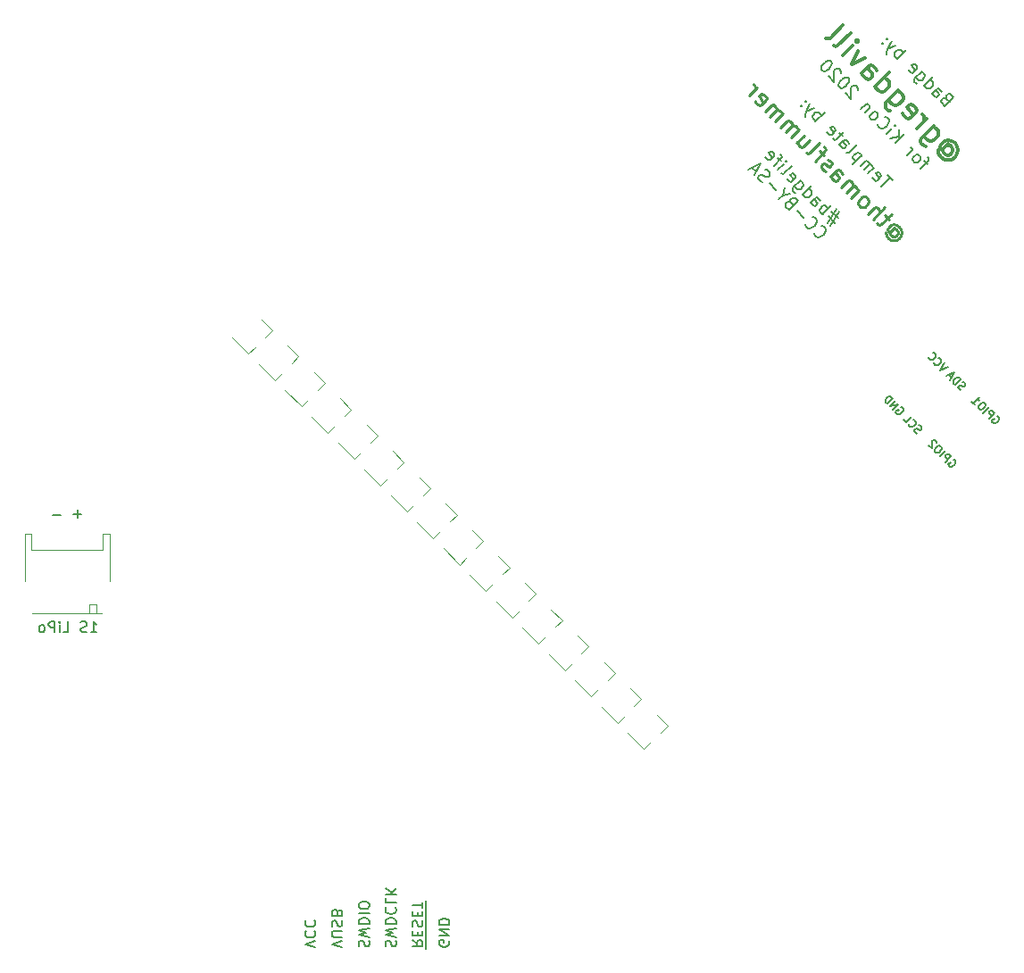
<source format=gbo>
G04 #@! TF.GenerationSoftware,KiCad,Pcbnew,5.99.0-unknown-022839a5a~104~ubuntu20.04.1*
G04 #@! TF.CreationDate,2020-09-24T10:22:24-07:00*
G04 #@! TF.ProjectId,badge,62616467-652e-46b6-9963-61645f706362,0.1*
G04 #@! TF.SameCoordinates,Original*
G04 #@! TF.FileFunction,Legend,Bot*
G04 #@! TF.FilePolarity,Positive*
%FSLAX46Y46*%
G04 Gerber Fmt 4.6, Leading zero omitted, Abs format (unit mm)*
G04 Created by KiCad (PCBNEW 5.99.0-unknown-022839a5a~104~ubuntu20.04.1) date 2020-09-24 10:22:24*
%MOMM*%
%LPD*%
G01*
G04 APERTURE LIST*
%ADD10C,0.350000*%
%ADD11C,0.200000*%
%ADD12C,0.250000*%
%ADD13C,0.150000*%
%ADD14C,0.120000*%
%ADD15C,0.650000*%
%ADD16O,0.900000X2.100000*%
%ADD17O,1.000000X1.800000*%
%ADD18C,1.727200*%
%ADD19R,0.800000X3.000000*%
%ADD20R,0.900000X1.700000*%
G04 APERTURE END LIST*
D10*
X141566437Y-68472636D02*
X141701124Y-68472636D01*
X141903154Y-68539980D01*
X142037841Y-68674667D01*
X142105185Y-68876697D01*
X142105185Y-69011384D01*
X142037841Y-69213415D01*
X141903154Y-69348102D01*
X141701124Y-69415446D01*
X141566437Y-69415446D01*
X141364406Y-69348102D01*
X141229719Y-69213415D01*
X141162376Y-69011384D01*
X141162376Y-68876697D01*
X141701124Y-68337949D02*
X141162376Y-68876697D01*
X141027689Y-68876697D01*
X140960345Y-68809354D01*
X140893002Y-68607323D01*
X140960345Y-68405293D01*
X141297063Y-68068575D01*
X141633780Y-68001232D01*
X141970498Y-68068575D01*
X142307216Y-68270606D01*
X142509246Y-68607323D01*
X142576590Y-68944041D01*
X142509246Y-69280759D01*
X142307216Y-69617476D01*
X141970498Y-69819507D01*
X141633780Y-69886850D01*
X141297063Y-69819507D01*
X140960345Y-69617476D01*
X140758315Y-69280759D01*
X140690971Y-68944041D01*
X140286910Y-66654362D02*
X139142071Y-67799201D01*
X139074727Y-68001232D01*
X139074727Y-68135919D01*
X139142071Y-68337949D01*
X139344101Y-68539980D01*
X139546132Y-68607323D01*
X139411445Y-67529827D02*
X139478788Y-67731858D01*
X139748162Y-68001232D01*
X139950193Y-68068575D01*
X140084880Y-68068575D01*
X140286910Y-68001232D01*
X140690971Y-67597171D01*
X140758315Y-67395140D01*
X140758315Y-67260453D01*
X140690971Y-67058423D01*
X140421597Y-66789049D01*
X140219567Y-66721705D01*
X138670666Y-66923736D02*
X139613475Y-65980927D01*
X139344101Y-66250301D02*
X139411445Y-66048270D01*
X139411445Y-65913583D01*
X139344101Y-65711553D01*
X139209414Y-65576866D01*
X137323796Y-65442179D02*
X137391140Y-65644209D01*
X137660514Y-65913583D01*
X137862544Y-65980927D01*
X138064575Y-65913583D01*
X138603323Y-65374835D01*
X138670666Y-65172805D01*
X138603323Y-64970774D01*
X138333949Y-64701400D01*
X138131918Y-64634057D01*
X137929888Y-64701400D01*
X137795201Y-64836087D01*
X138333949Y-65644209D01*
X136919735Y-63287187D02*
X135774896Y-64432026D01*
X135707552Y-64634057D01*
X135707552Y-64768744D01*
X135774896Y-64970774D01*
X135976926Y-65172805D01*
X136178957Y-65240148D01*
X136044270Y-64162652D02*
X136111613Y-64364683D01*
X136380987Y-64634057D01*
X136583018Y-64701400D01*
X136717705Y-64701400D01*
X136919735Y-64634057D01*
X137323796Y-64229996D01*
X137391140Y-64027965D01*
X137391140Y-63893278D01*
X137323796Y-63691248D01*
X137054422Y-63421874D01*
X136852392Y-63354530D01*
X134697400Y-62950469D02*
X136111613Y-61536256D01*
X134764743Y-62883126D02*
X134832087Y-63085156D01*
X135101461Y-63354530D01*
X135303491Y-63421874D01*
X135438178Y-63421874D01*
X135640209Y-63354530D01*
X136044270Y-62950469D01*
X136111613Y-62748439D01*
X136111613Y-62613752D01*
X136044270Y-62411721D01*
X135774896Y-62142347D01*
X135572865Y-62075004D01*
X133417873Y-61670943D02*
X134158652Y-60930164D01*
X134360682Y-60862821D01*
X134562713Y-60930164D01*
X134832087Y-61199538D01*
X134899430Y-61401569D01*
X133485217Y-61603599D02*
X133552560Y-61805630D01*
X133889278Y-62142347D01*
X134091308Y-62209691D01*
X134293339Y-62142347D01*
X134428026Y-62007660D01*
X134495369Y-61805630D01*
X134428026Y-61603599D01*
X134091308Y-61266882D01*
X134023965Y-61064851D01*
X133821934Y-60189386D02*
X132542408Y-60795477D01*
X133148499Y-59515951D01*
X131666942Y-59920012D02*
X132609751Y-58977203D01*
X133081156Y-58505798D02*
X133081156Y-58640485D01*
X132946469Y-58640485D01*
X132946469Y-58505798D01*
X133081156Y-58505798D01*
X132946469Y-58640485D01*
X130791476Y-59044546D02*
X130993507Y-59111890D01*
X131195538Y-59044546D01*
X132407721Y-57832363D01*
X130050698Y-58303768D02*
X130252728Y-58371111D01*
X130454759Y-58303768D01*
X131666942Y-57091584D01*
D11*
X57495443Y-103514461D02*
X56733538Y-103514461D01*
X88358128Y-144473757D02*
X88310509Y-144330900D01*
X88310509Y-144092805D01*
X88358128Y-143997567D01*
X88405747Y-143949948D01*
X88500985Y-143902329D01*
X88596223Y-143902329D01*
X88691461Y-143949948D01*
X88739080Y-143997567D01*
X88786699Y-144092805D01*
X88834318Y-144283281D01*
X88881937Y-144378519D01*
X88929556Y-144426138D01*
X89024794Y-144473757D01*
X89120032Y-144473757D01*
X89215270Y-144426138D01*
X89262890Y-144378519D01*
X89310509Y-144283281D01*
X89310509Y-144045186D01*
X89262890Y-143902329D01*
X89310509Y-143568995D02*
X88310509Y-143330900D01*
X89024794Y-143140424D01*
X88310509Y-142949948D01*
X89310509Y-142711853D01*
X88310509Y-142330900D02*
X89310509Y-142330900D01*
X89310509Y-142092805D01*
X89262890Y-141949948D01*
X89167651Y-141854710D01*
X89072413Y-141807091D01*
X88881937Y-141759472D01*
X88739080Y-141759472D01*
X88548604Y-141807091D01*
X88453366Y-141854710D01*
X88358128Y-141949948D01*
X88310509Y-142092805D01*
X88310509Y-142330900D01*
X88405747Y-140759472D02*
X88358128Y-140807091D01*
X88310509Y-140949948D01*
X88310509Y-141045186D01*
X88358128Y-141188043D01*
X88453366Y-141283281D01*
X88548604Y-141330900D01*
X88739080Y-141378519D01*
X88881937Y-141378519D01*
X89072413Y-141330900D01*
X89167651Y-141283281D01*
X89262890Y-141188043D01*
X89310509Y-141045186D01*
X89310509Y-140949948D01*
X89262890Y-140807091D01*
X89215270Y-140759472D01*
X88310509Y-139854710D02*
X88310509Y-140330900D01*
X89310509Y-140330900D01*
X88310509Y-139521376D02*
X89310509Y-139521376D01*
X88310509Y-138949948D02*
X88881937Y-139378519D01*
X89310509Y-138949948D02*
X88739080Y-139521376D01*
X92107490Y-144689634D02*
X92107490Y-143689634D01*
X90825109Y-143880110D02*
X91301299Y-144213443D01*
X90825109Y-144451538D02*
X91825109Y-144451538D01*
X91825109Y-144070586D01*
X91777490Y-143975348D01*
X91729870Y-143927729D01*
X91634632Y-143880110D01*
X91491775Y-143880110D01*
X91396537Y-143927729D01*
X91348918Y-143975348D01*
X91301299Y-144070586D01*
X91301299Y-144451538D01*
X92107490Y-143689634D02*
X92107490Y-142784872D01*
X91348918Y-143451538D02*
X91348918Y-143118205D01*
X90825109Y-142975348D02*
X90825109Y-143451538D01*
X91825109Y-143451538D01*
X91825109Y-142975348D01*
X92107490Y-142784872D02*
X92107490Y-141832491D01*
X90872728Y-142594395D02*
X90825109Y-142451538D01*
X90825109Y-142213443D01*
X90872728Y-142118205D01*
X90920347Y-142070586D01*
X91015585Y-142022967D01*
X91110823Y-142022967D01*
X91206061Y-142070586D01*
X91253680Y-142118205D01*
X91301299Y-142213443D01*
X91348918Y-142403919D01*
X91396537Y-142499157D01*
X91444156Y-142546776D01*
X91539394Y-142594395D01*
X91634632Y-142594395D01*
X91729870Y-142546776D01*
X91777490Y-142499157D01*
X91825109Y-142403919D01*
X91825109Y-142165824D01*
X91777490Y-142022967D01*
X92107490Y-141832491D02*
X92107490Y-140927729D01*
X91348918Y-141594395D02*
X91348918Y-141261062D01*
X90825109Y-141118205D02*
X90825109Y-141594395D01*
X91825109Y-141594395D01*
X91825109Y-141118205D01*
X92107490Y-140927729D02*
X92107490Y-140165824D01*
X91825109Y-140832491D02*
X91825109Y-140261062D01*
X90825109Y-140546776D02*
X91825109Y-140546776D01*
X81665109Y-144568995D02*
X80665109Y-144235662D01*
X81665109Y-143902329D01*
X80760347Y-142997567D02*
X80712728Y-143045186D01*
X80665109Y-143188043D01*
X80665109Y-143283281D01*
X80712728Y-143426138D01*
X80807966Y-143521376D01*
X80903204Y-143568995D01*
X81093680Y-143616614D01*
X81236537Y-143616614D01*
X81427013Y-143568995D01*
X81522251Y-143521376D01*
X81617490Y-143426138D01*
X81665109Y-143283281D01*
X81665109Y-143188043D01*
X81617490Y-143045186D01*
X81569870Y-142997567D01*
X80760347Y-141997567D02*
X80712728Y-142045186D01*
X80665109Y-142188043D01*
X80665109Y-142283281D01*
X80712728Y-142426138D01*
X80807966Y-142521376D01*
X80903204Y-142568995D01*
X81093680Y-142616614D01*
X81236537Y-142616614D01*
X81427013Y-142568995D01*
X81522251Y-142521376D01*
X81617490Y-142426138D01*
X81665109Y-142283281D01*
X81665109Y-142188043D01*
X81617490Y-142045186D01*
X81569870Y-141997567D01*
X84205109Y-144568995D02*
X83205109Y-144235662D01*
X84205109Y-143902329D01*
X84205109Y-143568995D02*
X83395585Y-143568995D01*
X83300347Y-143521376D01*
X83252728Y-143473757D01*
X83205109Y-143378519D01*
X83205109Y-143188043D01*
X83252728Y-143092805D01*
X83300347Y-143045186D01*
X83395585Y-142997567D01*
X84205109Y-142997567D01*
X83252728Y-142568995D02*
X83205109Y-142426138D01*
X83205109Y-142188043D01*
X83252728Y-142092805D01*
X83300347Y-142045186D01*
X83395585Y-141997567D01*
X83490823Y-141997567D01*
X83586061Y-142045186D01*
X83633680Y-142092805D01*
X83681299Y-142188043D01*
X83728918Y-142378519D01*
X83776537Y-142473757D01*
X83824156Y-142521376D01*
X83919394Y-142568995D01*
X84014632Y-142568995D01*
X84109870Y-142521376D01*
X84157490Y-142473757D01*
X84205109Y-142378519D01*
X84205109Y-142140424D01*
X84157490Y-141997567D01*
X83728918Y-141235662D02*
X83681299Y-141092805D01*
X83633680Y-141045186D01*
X83538442Y-140997567D01*
X83395585Y-140997567D01*
X83300347Y-141045186D01*
X83252728Y-141092805D01*
X83205109Y-141188043D01*
X83205109Y-141568995D01*
X84205109Y-141568995D01*
X84205109Y-141235662D01*
X84157490Y-141140424D01*
X84109870Y-141092805D01*
X84014632Y-141045186D01*
X83919394Y-141045186D01*
X83824156Y-141092805D01*
X83776537Y-141140424D01*
X83728918Y-141235662D01*
X83728918Y-141568995D01*
X85818128Y-144473757D02*
X85770509Y-144330900D01*
X85770509Y-144092805D01*
X85818128Y-143997567D01*
X85865747Y-143949948D01*
X85960985Y-143902329D01*
X86056223Y-143902329D01*
X86151461Y-143949948D01*
X86199080Y-143997567D01*
X86246699Y-144092805D01*
X86294318Y-144283281D01*
X86341937Y-144378519D01*
X86389556Y-144426138D01*
X86484794Y-144473757D01*
X86580032Y-144473757D01*
X86675270Y-144426138D01*
X86722890Y-144378519D01*
X86770509Y-144283281D01*
X86770509Y-144045186D01*
X86722890Y-143902329D01*
X86770509Y-143568995D02*
X85770509Y-143330900D01*
X86484794Y-143140424D01*
X85770509Y-142949948D01*
X86770509Y-142711853D01*
X85770509Y-142330900D02*
X86770509Y-142330900D01*
X86770509Y-142092805D01*
X86722890Y-141949948D01*
X86627651Y-141854710D01*
X86532413Y-141807091D01*
X86341937Y-141759472D01*
X86199080Y-141759472D01*
X86008604Y-141807091D01*
X85913366Y-141854710D01*
X85818128Y-141949948D01*
X85770509Y-142092805D01*
X85770509Y-142330900D01*
X85770509Y-141330900D02*
X86770509Y-141330900D01*
X86770509Y-140664234D02*
X86770509Y-140473757D01*
X86722890Y-140378519D01*
X86627651Y-140283281D01*
X86437175Y-140235662D01*
X86103842Y-140235662D01*
X85913366Y-140283281D01*
X85818128Y-140378519D01*
X85770509Y-140473757D01*
X85770509Y-140664234D01*
X85818128Y-140759472D01*
X85913366Y-140854710D01*
X86103842Y-140902329D01*
X86437175Y-140902329D01*
X86627651Y-140854710D01*
X86722890Y-140759472D01*
X86770509Y-140664234D01*
D12*
X136446979Y-76366647D02*
X136554728Y-76366647D01*
X136716353Y-76420522D01*
X136824102Y-76528271D01*
X136877977Y-76689896D01*
X136877977Y-76797645D01*
X136824102Y-76959270D01*
X136716353Y-77067019D01*
X136554728Y-77120894D01*
X136446979Y-77120894D01*
X136285354Y-77067019D01*
X136177605Y-76959270D01*
X136123730Y-76797645D01*
X136123730Y-76689896D01*
X136554728Y-76258897D02*
X136123730Y-76689896D01*
X136015980Y-76689896D01*
X135962106Y-76636021D01*
X135908231Y-76474397D01*
X135962106Y-76312772D01*
X136231480Y-76043398D01*
X136500854Y-75989523D01*
X136770228Y-76043398D01*
X137039602Y-76205023D01*
X137201226Y-76474397D01*
X137255101Y-76743771D01*
X137201226Y-77013145D01*
X137039602Y-77282519D01*
X136770228Y-77444143D01*
X136500854Y-77498018D01*
X136231480Y-77444143D01*
X135962106Y-77282519D01*
X135800481Y-77013145D01*
X135746606Y-76743771D01*
X136069855Y-75558525D02*
X135638857Y-75127527D01*
X136285354Y-75019777D02*
X135315608Y-75989523D01*
X135153984Y-76043398D01*
X134992359Y-75989523D01*
X134884610Y-75881774D01*
X134507486Y-75504650D02*
X135638857Y-74373279D01*
X134022613Y-75019777D02*
X134615235Y-74427154D01*
X134776860Y-74373279D01*
X134938484Y-74427154D01*
X135100109Y-74588778D01*
X135153984Y-74750403D01*
X135153984Y-74858153D01*
X133322240Y-74319404D02*
X133483865Y-74373279D01*
X133591614Y-74373279D01*
X133753239Y-74319404D01*
X134076487Y-73996156D01*
X134130362Y-73834531D01*
X134130362Y-73726782D01*
X134076487Y-73565157D01*
X133914863Y-73403533D01*
X133753239Y-73349658D01*
X133645489Y-73349658D01*
X133483865Y-73403533D01*
X133160616Y-73726782D01*
X133106741Y-73888406D01*
X133106741Y-73996156D01*
X133160616Y-74157780D01*
X133322240Y-74319404D01*
X132460243Y-73457408D02*
X133214491Y-72703160D01*
X133106741Y-72810910D02*
X133106741Y-72703160D01*
X133052866Y-72541536D01*
X132891242Y-72379912D01*
X132729617Y-72326037D01*
X132567993Y-72379912D01*
X131975370Y-72972534D01*
X132567993Y-72379912D02*
X132621868Y-72218287D01*
X132567993Y-72056663D01*
X132406369Y-71895038D01*
X132244744Y-71841164D01*
X132083120Y-71895038D01*
X131490497Y-72487661D01*
X130466876Y-71464040D02*
X131059499Y-70871417D01*
X131221123Y-70817542D01*
X131382747Y-70871417D01*
X131598247Y-71086916D01*
X131652121Y-71248541D01*
X130520751Y-71410165D02*
X130574625Y-71571790D01*
X130843999Y-71841164D01*
X131005624Y-71895038D01*
X131167248Y-71841164D01*
X131274998Y-71733414D01*
X131328873Y-71571790D01*
X131274998Y-71410165D01*
X131005624Y-71140791D01*
X130951749Y-70979167D01*
X130035877Y-70925292D02*
X129874253Y-70871417D01*
X129658754Y-70655918D01*
X129604879Y-70494294D01*
X129658754Y-70332669D01*
X129712628Y-70278794D01*
X129874253Y-70224920D01*
X130035877Y-70278794D01*
X130197502Y-70440419D01*
X130359126Y-70494294D01*
X130520751Y-70440419D01*
X130574625Y-70386544D01*
X130628500Y-70224920D01*
X130574625Y-70063295D01*
X130413001Y-69901671D01*
X130251377Y-69847796D01*
X129928128Y-69416797D02*
X129497129Y-68985799D01*
X129012256Y-70009420D02*
X129982002Y-69039674D01*
X130035877Y-68878049D01*
X129982002Y-68716425D01*
X129874253Y-68608675D01*
X128204134Y-69201298D02*
X128365758Y-69255173D01*
X128527383Y-69201298D01*
X129497129Y-68231552D01*
X128042510Y-67531179D02*
X127288262Y-68285427D01*
X128527383Y-68016053D02*
X127934760Y-68608675D01*
X127773136Y-68662550D01*
X127611511Y-68608675D01*
X127449887Y-68447051D01*
X127396012Y-68285427D01*
X127396012Y-68177677D01*
X126749514Y-67746679D02*
X127503762Y-66992431D01*
X127396012Y-67100181D02*
X127396012Y-66992431D01*
X127342137Y-66830807D01*
X127180513Y-66669183D01*
X127018888Y-66615308D01*
X126857264Y-66669183D01*
X126264641Y-67261805D01*
X126857264Y-66669183D02*
X126911139Y-66507558D01*
X126857264Y-66345934D01*
X126695640Y-66184309D01*
X126534015Y-66130435D01*
X126372391Y-66184309D01*
X125779768Y-66776932D01*
X125241020Y-66238184D02*
X125995267Y-65483937D01*
X125887518Y-65591687D02*
X125887518Y-65483937D01*
X125833643Y-65322312D01*
X125672018Y-65160688D01*
X125510394Y-65106813D01*
X125348769Y-65160688D01*
X124756147Y-65753311D01*
X125348769Y-65160688D02*
X125402644Y-64999064D01*
X125348769Y-64837439D01*
X125187145Y-64675815D01*
X125025521Y-64621940D01*
X124863896Y-64675815D01*
X124271273Y-65268438D01*
X123355402Y-64244816D02*
X123409277Y-64406441D01*
X123624776Y-64621940D01*
X123786400Y-64675815D01*
X123948025Y-64621940D01*
X124379023Y-64190942D01*
X124432898Y-64029317D01*
X124379023Y-63867693D01*
X124163524Y-63652194D01*
X124001899Y-63598319D01*
X123840275Y-63652194D01*
X123732525Y-63759943D01*
X124163524Y-64406441D01*
X122762779Y-63759943D02*
X123517026Y-63005696D01*
X123301527Y-63221195D02*
X123355402Y-63059571D01*
X123355402Y-62951821D01*
X123301527Y-62790197D01*
X123193777Y-62682447D01*
D11*
X60347956Y-114665013D02*
X60919385Y-114665013D01*
X60633670Y-114665013D02*
X60633670Y-113665013D01*
X60728909Y-113807871D01*
X60824147Y-113903109D01*
X60919385Y-113950728D01*
X59967004Y-114617394D02*
X59824147Y-114665013D01*
X59586051Y-114665013D01*
X59490813Y-114617394D01*
X59443194Y-114569775D01*
X59395575Y-114474537D01*
X59395575Y-114379299D01*
X59443194Y-114284061D01*
X59490813Y-114236442D01*
X59586051Y-114188823D01*
X59776528Y-114141204D01*
X59871766Y-114093585D01*
X59919385Y-114045966D01*
X59967004Y-113950728D01*
X59967004Y-113855490D01*
X59919385Y-113760252D01*
X59871766Y-113712633D01*
X59776528Y-113665013D01*
X59538432Y-113665013D01*
X59395575Y-113712633D01*
X57728909Y-114665013D02*
X58205099Y-114665013D01*
X58205099Y-113665013D01*
X57395575Y-114665013D02*
X57395575Y-113998347D01*
X57395575Y-113665013D02*
X57443194Y-113712633D01*
X57395575Y-113760252D01*
X57347956Y-113712633D01*
X57395575Y-113665013D01*
X57395575Y-113760252D01*
X56919385Y-114665013D02*
X56919385Y-113665013D01*
X56538432Y-113665013D01*
X56443194Y-113712633D01*
X56395575Y-113760252D01*
X56347956Y-113855490D01*
X56347956Y-113998347D01*
X56395575Y-114093585D01*
X56443194Y-114141204D01*
X56538432Y-114188823D01*
X56919385Y-114188823D01*
X55776528Y-114665013D02*
X55871766Y-114617394D01*
X55919385Y-114569775D01*
X55967004Y-114474537D01*
X55967004Y-114188823D01*
X55919385Y-114093585D01*
X55871766Y-114045966D01*
X55776528Y-113998347D01*
X55633670Y-113998347D01*
X55538432Y-114045966D01*
X55490813Y-114093585D01*
X55443194Y-114188823D01*
X55443194Y-114474537D01*
X55490813Y-114569775D01*
X55538432Y-114617394D01*
X55633670Y-114665013D01*
X55776528Y-114665013D01*
D13*
X141511890Y-64069043D02*
X141350266Y-63988231D01*
X141269454Y-63988231D01*
X141148236Y-64028637D01*
X141027017Y-64149855D01*
X140986611Y-64271074D01*
X140986611Y-64351886D01*
X141027017Y-64473104D01*
X141350266Y-64796353D01*
X142198794Y-63947825D01*
X141915951Y-63664982D01*
X141794733Y-63624576D01*
X141713921Y-63624576D01*
X141592703Y-63664982D01*
X141511890Y-63745794D01*
X141471484Y-63867013D01*
X141471484Y-63947825D01*
X141511890Y-64069043D01*
X141794733Y-64351886D01*
X140138083Y-63584170D02*
X140582550Y-63139703D01*
X140703768Y-63099297D01*
X140824987Y-63139703D01*
X140986611Y-63301327D01*
X141027017Y-63422545D01*
X140178489Y-63543764D02*
X140218895Y-63664982D01*
X140420926Y-63867013D01*
X140542144Y-63907419D01*
X140663362Y-63867013D01*
X140744174Y-63786200D01*
X140784581Y-63664982D01*
X140744174Y-63543764D01*
X140542144Y-63341733D01*
X140501738Y-63220515D01*
X139370367Y-62816454D02*
X140218895Y-61967926D01*
X139410773Y-62776048D02*
X139451179Y-62897266D01*
X139612804Y-63058891D01*
X139734022Y-63099297D01*
X139814834Y-63099297D01*
X139936052Y-63058891D01*
X140178489Y-62816454D01*
X140218895Y-62695236D01*
X140218895Y-62614423D01*
X140178489Y-62493205D01*
X140016865Y-62331581D01*
X139895646Y-62291175D01*
X139168337Y-61483053D02*
X138481433Y-62169956D01*
X138441027Y-62291175D01*
X138441027Y-62371987D01*
X138481433Y-62493205D01*
X138602651Y-62614423D01*
X138723869Y-62654830D01*
X138643057Y-62008332D02*
X138683463Y-62129550D01*
X138845088Y-62291175D01*
X138966306Y-62331581D01*
X139047118Y-62331581D01*
X139168337Y-62291175D01*
X139410773Y-62048738D01*
X139451179Y-61927520D01*
X139451179Y-61846708D01*
X139410773Y-61725489D01*
X139249149Y-61563865D01*
X139127930Y-61523459D01*
X137915747Y-61281022D02*
X137956153Y-61402240D01*
X138117778Y-61563865D01*
X138238996Y-61604271D01*
X138360214Y-61563865D01*
X138683463Y-61240616D01*
X138723869Y-61119398D01*
X138683463Y-60998179D01*
X138521839Y-60836555D01*
X138400621Y-60796149D01*
X138279402Y-60836555D01*
X138198590Y-60917367D01*
X138521839Y-61402240D01*
X136824783Y-60270870D02*
X137673311Y-59422341D01*
X137350062Y-59745590D02*
X137309656Y-59624372D01*
X137148031Y-59462748D01*
X137026813Y-59422341D01*
X136946001Y-59422341D01*
X136824783Y-59462748D01*
X136582346Y-59705184D01*
X136541940Y-59826402D01*
X136541940Y-59907215D01*
X136582346Y-60028433D01*
X136743970Y-60190057D01*
X136865189Y-60230463D01*
X136703564Y-59018280D02*
X135935848Y-59381935D01*
X136299503Y-58614219D02*
X135935848Y-59381935D01*
X135814630Y-59664778D01*
X135814630Y-59745590D01*
X135855036Y-59866809D01*
X135491381Y-58775844D02*
X135410569Y-58775844D01*
X135410569Y-58856656D01*
X135491381Y-58856656D01*
X135491381Y-58775844D01*
X135410569Y-58856656D01*
X135935848Y-58331377D02*
X135855036Y-58331377D01*
X135855036Y-58412189D01*
X135935848Y-58412189D01*
X135935848Y-58331377D01*
X135855036Y-58412189D01*
X139736851Y-70248347D02*
X139413602Y-69925099D01*
X139049948Y-70692814D02*
X139777257Y-69965505D01*
X139817663Y-69844286D01*
X139777257Y-69723068D01*
X139696445Y-69642256D01*
X138443856Y-70086723D02*
X138565074Y-70127129D01*
X138645887Y-70127129D01*
X138767105Y-70086723D01*
X139009541Y-69844286D01*
X139049948Y-69723068D01*
X139049948Y-69642256D01*
X139009541Y-69521038D01*
X138888323Y-69399819D01*
X138767105Y-69359413D01*
X138686293Y-69359413D01*
X138565074Y-69399819D01*
X138322638Y-69642256D01*
X138282232Y-69763474D01*
X138282232Y-69844286D01*
X138322638Y-69965505D01*
X138443856Y-70086723D01*
X137797358Y-69440225D02*
X138363044Y-68874540D01*
X138201419Y-69036164D02*
X138241826Y-68914946D01*
X138241826Y-68834134D01*
X138201419Y-68712915D01*
X138120607Y-68632103D01*
X136625581Y-68268448D02*
X137474110Y-67419920D01*
X136140708Y-67783575D02*
X136989236Y-67662357D01*
X136989236Y-66935047D02*
X136989236Y-67904793D01*
X135777053Y-67419920D02*
X136342739Y-66854235D01*
X136625581Y-66571392D02*
X136625581Y-66652204D01*
X136544769Y-66652204D01*
X136544769Y-66571392D01*
X136625581Y-66571392D01*
X136544769Y-66652204D01*
X134968931Y-66450174D02*
X134968931Y-66530986D01*
X135049743Y-66692610D01*
X135130556Y-66773423D01*
X135292180Y-66854235D01*
X135453804Y-66854235D01*
X135575023Y-66813829D01*
X135777053Y-66692610D01*
X135898272Y-66571392D01*
X136019490Y-66369362D01*
X136059896Y-66248143D01*
X136059896Y-66086519D01*
X135979084Y-65924894D01*
X135898272Y-65844082D01*
X135736647Y-65763270D01*
X135655835Y-65763270D01*
X134403246Y-66046113D02*
X134524464Y-66086519D01*
X134605276Y-66086519D01*
X134726495Y-66046113D01*
X134968931Y-65803676D01*
X135009337Y-65682458D01*
X135009337Y-65601646D01*
X134968931Y-65480427D01*
X134847713Y-65359209D01*
X134726495Y-65318803D01*
X134645682Y-65318803D01*
X134524464Y-65359209D01*
X134282028Y-65601646D01*
X134241621Y-65722864D01*
X134241621Y-65803676D01*
X134282028Y-65924894D01*
X134403246Y-66046113D01*
X134322434Y-64833930D02*
X133756748Y-65399615D01*
X134241621Y-64914742D02*
X134241621Y-64833930D01*
X134201215Y-64712711D01*
X134079997Y-64591493D01*
X133958779Y-64551087D01*
X133837560Y-64591493D01*
X133393093Y-65035960D01*
X133150657Y-63258092D02*
X133150657Y-63177280D01*
X133110251Y-63056061D01*
X132908220Y-62854031D01*
X132787002Y-62813625D01*
X132706190Y-62813625D01*
X132584971Y-62854031D01*
X132504159Y-62934843D01*
X132423347Y-63096467D01*
X132423347Y-64066214D01*
X131898068Y-63540934D01*
X132221316Y-62167127D02*
X132140504Y-62086315D01*
X132019286Y-62045909D01*
X131938474Y-62045909D01*
X131817255Y-62086315D01*
X131615225Y-62207533D01*
X131413194Y-62409564D01*
X131291976Y-62611594D01*
X131251570Y-62732812D01*
X131251570Y-62813625D01*
X131291976Y-62934843D01*
X131372788Y-63015655D01*
X131494007Y-63056061D01*
X131574819Y-63056061D01*
X131696037Y-63015655D01*
X131898068Y-62894437D01*
X132100098Y-62692406D01*
X132221316Y-62490376D01*
X132261722Y-62369158D01*
X132261722Y-62288345D01*
X132221316Y-62167127D01*
X131534413Y-61641848D02*
X131534413Y-61561035D01*
X131494007Y-61439817D01*
X131291976Y-61237787D01*
X131170758Y-61197381D01*
X131089945Y-61197381D01*
X130968727Y-61237787D01*
X130887915Y-61318599D01*
X130807103Y-61480223D01*
X130807103Y-62449970D01*
X130281823Y-61924690D01*
X130605072Y-60550883D02*
X130524260Y-60470071D01*
X130403042Y-60429665D01*
X130322230Y-60429665D01*
X130201011Y-60470071D01*
X129998981Y-60591289D01*
X129796950Y-60793320D01*
X129675732Y-60995350D01*
X129635326Y-61116568D01*
X129635326Y-61197381D01*
X129675732Y-61318599D01*
X129756544Y-61399411D01*
X129877762Y-61439817D01*
X129958575Y-61439817D01*
X130079793Y-61399411D01*
X130281823Y-61278193D01*
X130483854Y-61076162D01*
X130605072Y-60874132D01*
X130645478Y-60752913D01*
X130645478Y-60672101D01*
X130605072Y-60550883D01*
X136398500Y-71808830D02*
X135913627Y-71323957D01*
X135307535Y-72414922D02*
X136156063Y-71566394D01*
X134499413Y-71525988D02*
X134539819Y-71647206D01*
X134701443Y-71808830D01*
X134822662Y-71849237D01*
X134943880Y-71808830D01*
X135267129Y-71485582D01*
X135307535Y-71364363D01*
X135267129Y-71243145D01*
X135105504Y-71081521D01*
X134984286Y-71041114D01*
X134863068Y-71081521D01*
X134782256Y-71162333D01*
X135105504Y-71647206D01*
X134054946Y-71162333D02*
X134620631Y-70596647D01*
X134539819Y-70677460D02*
X134539819Y-70596647D01*
X134499413Y-70475429D01*
X134378195Y-70354211D01*
X134256976Y-70313805D01*
X134135758Y-70354211D01*
X133691291Y-70798678D01*
X134135758Y-70354211D02*
X134176164Y-70232992D01*
X134135758Y-70111774D01*
X134014540Y-69990556D01*
X133893321Y-69950150D01*
X133772103Y-69990556D01*
X133327636Y-70435023D01*
X133489260Y-69465277D02*
X132640732Y-70313805D01*
X133448854Y-69505683D02*
X133408448Y-69384464D01*
X133246824Y-69222840D01*
X133125606Y-69182434D01*
X133044793Y-69182434D01*
X132923575Y-69222840D01*
X132681138Y-69465277D01*
X132640732Y-69586495D01*
X132640732Y-69667307D01*
X132681138Y-69788525D01*
X132842763Y-69950150D01*
X132963981Y-69990556D01*
X132034641Y-69142028D02*
X132155859Y-69182434D01*
X132277077Y-69142028D01*
X133004387Y-68414718D01*
X131347737Y-68455124D02*
X131792204Y-68010657D01*
X131913422Y-67970251D01*
X132034641Y-68010657D01*
X132196265Y-68172281D01*
X132236671Y-68293500D01*
X131388143Y-68414718D02*
X131428549Y-68535936D01*
X131630580Y-68737967D01*
X131751798Y-68778373D01*
X131873016Y-68737967D01*
X131953829Y-68657154D01*
X131994235Y-68535936D01*
X131953829Y-68414718D01*
X131751798Y-68212687D01*
X131711392Y-68091469D01*
X131630580Y-67606596D02*
X131307331Y-67283347D01*
X131792204Y-67202535D02*
X131064894Y-67929845D01*
X130943676Y-67970251D01*
X130822458Y-67929845D01*
X130741645Y-67849032D01*
X130175960Y-67202535D02*
X130216366Y-67323753D01*
X130377991Y-67485378D01*
X130499209Y-67525784D01*
X130620427Y-67485378D01*
X130943676Y-67162129D01*
X130984082Y-67040910D01*
X130943676Y-66919692D01*
X130782052Y-66758068D01*
X130660833Y-66717662D01*
X130539615Y-66758068D01*
X130458803Y-66838880D01*
X130782052Y-67323753D01*
X129084995Y-66192382D02*
X129933523Y-65343854D01*
X129610275Y-65667103D02*
X129569869Y-65545885D01*
X129408244Y-65384260D01*
X129287026Y-65343854D01*
X129206214Y-65343854D01*
X129084995Y-65384260D01*
X128842559Y-65626697D01*
X128802153Y-65747915D01*
X128802153Y-65828727D01*
X128842559Y-65949946D01*
X129004183Y-66111570D01*
X129125401Y-66151976D01*
X128963777Y-64939793D02*
X128196061Y-65303448D01*
X128559716Y-64535732D02*
X128196061Y-65303448D01*
X128074843Y-65586291D01*
X128074843Y-65667103D01*
X128115249Y-65788321D01*
X127751594Y-64697356D02*
X127670782Y-64697356D01*
X127670782Y-64778169D01*
X127751594Y-64778169D01*
X127751594Y-64697356D01*
X127670782Y-64778169D01*
X128196061Y-64252889D02*
X128115249Y-64252889D01*
X128115249Y-64333702D01*
X128196061Y-64333702D01*
X128196061Y-64252889D01*
X128115249Y-64333702D01*
X131209145Y-75381941D02*
X130603053Y-74775850D01*
X131330363Y-74775850D02*
X130481835Y-76109251D01*
X130320211Y-75220317D02*
X130926302Y-75826408D01*
X130198992Y-75826408D02*
X131047521Y-74493007D01*
X129754525Y-75058692D02*
X130603053Y-74210164D01*
X130279805Y-74533413D02*
X130239399Y-74412195D01*
X130077774Y-74250570D01*
X129956556Y-74210164D01*
X129875744Y-74210164D01*
X129754525Y-74250570D01*
X129512089Y-74493007D01*
X129471683Y-74614225D01*
X129471683Y-74695037D01*
X129512089Y-74816256D01*
X129673713Y-74977880D01*
X129794931Y-75018286D01*
X128623154Y-73927321D02*
X129067622Y-73482854D01*
X129188840Y-73442448D01*
X129310058Y-73482854D01*
X129471683Y-73644479D01*
X129512089Y-73765697D01*
X128663561Y-73886915D02*
X128703967Y-74008134D01*
X128905997Y-74210164D01*
X129027216Y-74250570D01*
X129148434Y-74210164D01*
X129229246Y-74129352D01*
X129269652Y-74008134D01*
X129229246Y-73886915D01*
X129027216Y-73684885D01*
X128986809Y-73563667D01*
X127855439Y-73159605D02*
X128703967Y-72311077D01*
X127895845Y-73119199D02*
X127936251Y-73240418D01*
X128097875Y-73402042D01*
X128219093Y-73442448D01*
X128299906Y-73442448D01*
X128421124Y-73402042D01*
X128663561Y-73159605D01*
X128703967Y-73038387D01*
X128703967Y-72957575D01*
X128663561Y-72836357D01*
X128501936Y-72674732D01*
X128380718Y-72634326D01*
X127653408Y-71826204D02*
X126966504Y-72513108D01*
X126926098Y-72634326D01*
X126926098Y-72715138D01*
X126966504Y-72836357D01*
X127087723Y-72957575D01*
X127208941Y-72997981D01*
X127128129Y-72351483D02*
X127168535Y-72472702D01*
X127330159Y-72634326D01*
X127451378Y-72674732D01*
X127532190Y-72674732D01*
X127653408Y-72634326D01*
X127895845Y-72391890D01*
X127936251Y-72270671D01*
X127936251Y-72189859D01*
X127895845Y-72068641D01*
X127734220Y-71907016D01*
X127613002Y-71866610D01*
X126400819Y-71624174D02*
X126441225Y-71745392D01*
X126602849Y-71907016D01*
X126724068Y-71947422D01*
X126845286Y-71907016D01*
X127168535Y-71583768D01*
X127208941Y-71462549D01*
X127168535Y-71341331D01*
X127006910Y-71179706D01*
X126885692Y-71139300D01*
X126764474Y-71179706D01*
X126683662Y-71260519D01*
X127006910Y-71745392D01*
X125835133Y-71139300D02*
X125956352Y-71179706D01*
X126077570Y-71139300D01*
X126804880Y-70411991D01*
X125511885Y-70816052D02*
X126077570Y-70250366D01*
X126360413Y-69967523D02*
X126360413Y-70048336D01*
X126279601Y-70048336D01*
X126279601Y-69967523D01*
X126360413Y-69967523D01*
X126279601Y-70048336D01*
X125794727Y-69967523D02*
X125471479Y-69644275D01*
X125107824Y-70411991D02*
X125835133Y-69684681D01*
X125875540Y-69563462D01*
X125835133Y-69442244D01*
X125754321Y-69361432D01*
X124340108Y-69563462D02*
X124380514Y-69684681D01*
X124542138Y-69846305D01*
X124663357Y-69886711D01*
X124784575Y-69846305D01*
X125107824Y-69523056D01*
X125148230Y-69401838D01*
X125107824Y-69280620D01*
X124946199Y-69118995D01*
X124824981Y-69078589D01*
X124703763Y-69118995D01*
X124622950Y-69199808D01*
X124946199Y-69684681D01*
X128933878Y-76808680D02*
X128933878Y-76889492D01*
X129014690Y-77051117D01*
X129095502Y-77131929D01*
X129257127Y-77212741D01*
X129418751Y-77212741D01*
X129539969Y-77172335D01*
X129742000Y-77051117D01*
X129863218Y-76929899D01*
X129984436Y-76727868D01*
X130024842Y-76606650D01*
X130024842Y-76445025D01*
X129944030Y-76283401D01*
X129863218Y-76202589D01*
X129701594Y-76121777D01*
X129620781Y-76121777D01*
X128085350Y-75960152D02*
X128085350Y-76040964D01*
X128166162Y-76202589D01*
X128246974Y-76283401D01*
X128408598Y-76364213D01*
X128570223Y-76364213D01*
X128691441Y-76323807D01*
X128893472Y-76202589D01*
X129014690Y-76081370D01*
X129135908Y-75879340D01*
X129176314Y-75758122D01*
X129176314Y-75596497D01*
X129095502Y-75434873D01*
X129014690Y-75354061D01*
X128853066Y-75273248D01*
X128772253Y-75273248D01*
X127964131Y-75354061D02*
X127317634Y-74707563D01*
X126751948Y-73899441D02*
X126590324Y-73818629D01*
X126509512Y-73818629D01*
X126388293Y-73859035D01*
X126267075Y-73980253D01*
X126226669Y-74101471D01*
X126226669Y-74182284D01*
X126267075Y-74303502D01*
X126590324Y-74626751D01*
X127438852Y-73778223D01*
X127156009Y-73495380D01*
X127034791Y-73454974D01*
X126953979Y-73454974D01*
X126832760Y-73495380D01*
X126751948Y-73576192D01*
X126711542Y-73697410D01*
X126711542Y-73778223D01*
X126751948Y-73899441D01*
X127034791Y-74182284D01*
X125984232Y-73212537D02*
X125580171Y-73616598D01*
X126711542Y-73050913D02*
X125984232Y-73212537D01*
X126145857Y-72485227D01*
X125337735Y-72727664D02*
X124691237Y-72081166D01*
X124044739Y-72000354D02*
X123883115Y-71919542D01*
X123681084Y-71717511D01*
X123640678Y-71596293D01*
X123640678Y-71515481D01*
X123681084Y-71394263D01*
X123761897Y-71313450D01*
X123883115Y-71273044D01*
X123963927Y-71273044D01*
X124085145Y-71313450D01*
X124287176Y-71434669D01*
X124408394Y-71475075D01*
X124489207Y-71475075D01*
X124610425Y-71434669D01*
X124691237Y-71353856D01*
X124731643Y-71232638D01*
X124731643Y-71151826D01*
X124691237Y-71030608D01*
X124489207Y-70828577D01*
X124327582Y-70747765D01*
X123438648Y-70990202D02*
X123034587Y-70586141D01*
X123277023Y-71313450D02*
X123842709Y-70182080D01*
X122711338Y-70747765D01*
D11*
X59451243Y-103438262D02*
X58689338Y-103438262D01*
X59070291Y-103819214D02*
X59070291Y-103057310D01*
X94317490Y-143927728D02*
X94365109Y-144022966D01*
X94365109Y-144165823D01*
X94317490Y-144308680D01*
X94222251Y-144403918D01*
X94127013Y-144451537D01*
X93936537Y-144499156D01*
X93793680Y-144499156D01*
X93603204Y-144451537D01*
X93507966Y-144403918D01*
X93412728Y-144308680D01*
X93365109Y-144165823D01*
X93365109Y-144070585D01*
X93412728Y-143927728D01*
X93460347Y-143880109D01*
X93793680Y-143880109D01*
X93793680Y-144070585D01*
X93365109Y-143451537D02*
X94365109Y-143451537D01*
X93365109Y-142880109D01*
X94365109Y-142880109D01*
X93365109Y-142403918D02*
X94365109Y-142403918D01*
X94365109Y-142165823D01*
X94317490Y-142022966D01*
X94222251Y-141927728D01*
X94127013Y-141880109D01*
X93936537Y-141832490D01*
X93793680Y-141832490D01*
X93603204Y-141880109D01*
X93507966Y-141927728D01*
X93412728Y-142022966D01*
X93365109Y-142165823D01*
X93365109Y-142403918D01*
D13*
G04 #@! TO.C,X1*
X138728116Y-95816496D02*
X138627101Y-95765989D01*
X138500832Y-95639720D01*
X138475578Y-95563958D01*
X138475578Y-95513450D01*
X138500832Y-95437689D01*
X138551340Y-95387181D01*
X138627101Y-95361928D01*
X138677609Y-95361928D01*
X138753370Y-95387181D01*
X138879639Y-95462943D01*
X138955401Y-95488197D01*
X139005908Y-95488197D01*
X139081670Y-95462943D01*
X139132177Y-95412435D01*
X139157431Y-95336674D01*
X139157431Y-95286166D01*
X139132177Y-95210405D01*
X139005908Y-95084136D01*
X138904893Y-95033628D01*
X137919994Y-94957867D02*
X137919994Y-95008374D01*
X137970502Y-95109389D01*
X138021010Y-95159897D01*
X138122025Y-95210405D01*
X138223040Y-95210405D01*
X138298802Y-95185151D01*
X138425071Y-95109389D01*
X138500832Y-95033628D01*
X138576594Y-94907359D01*
X138601847Y-94831598D01*
X138601847Y-94730582D01*
X138551340Y-94629567D01*
X138500832Y-94579059D01*
X138399817Y-94528552D01*
X138349309Y-94528552D01*
X137389664Y-94528552D02*
X137642202Y-94781090D01*
X138172533Y-94250760D01*
X141643820Y-89460212D02*
X140936713Y-89813766D01*
X141290267Y-89106659D01*
X140330622Y-89106659D02*
X140330622Y-89157167D01*
X140381129Y-89258182D01*
X140431637Y-89308690D01*
X140532652Y-89359197D01*
X140633668Y-89359197D01*
X140709429Y-89333943D01*
X140835698Y-89258182D01*
X140911460Y-89182420D01*
X140987221Y-89056151D01*
X141012475Y-88980390D01*
X141012475Y-88879375D01*
X140961967Y-88778359D01*
X140911460Y-88727852D01*
X140810444Y-88677344D01*
X140759937Y-88677344D01*
X139800292Y-88576329D02*
X139800292Y-88626837D01*
X139850799Y-88727852D01*
X139901307Y-88778359D01*
X140002322Y-88828867D01*
X140103338Y-88828867D01*
X140179099Y-88803613D01*
X140305368Y-88727852D01*
X140381129Y-88652090D01*
X140456891Y-88525821D01*
X140482145Y-88450060D01*
X140482145Y-88349045D01*
X140431637Y-88248029D01*
X140381129Y-88197522D01*
X140280114Y-88147014D01*
X140229607Y-88147014D01*
X142143341Y-98272077D02*
X142219102Y-98297330D01*
X142294864Y-98373092D01*
X142345371Y-98474107D01*
X142345371Y-98575122D01*
X142320117Y-98650884D01*
X142244356Y-98777153D01*
X142168595Y-98852914D01*
X142042326Y-98928676D01*
X141966564Y-98953930D01*
X141865549Y-98953930D01*
X141764534Y-98903422D01*
X141714026Y-98852914D01*
X141663518Y-98751899D01*
X141663518Y-98701392D01*
X141840295Y-98524615D01*
X141941310Y-98625630D01*
X141385726Y-98524615D02*
X141916056Y-97994285D01*
X141714026Y-97792254D01*
X141638264Y-97767000D01*
X141587757Y-97767000D01*
X141511995Y-97792254D01*
X141436234Y-97868016D01*
X141410980Y-97943777D01*
X141410980Y-97994285D01*
X141436234Y-98070046D01*
X141638264Y-98272077D01*
X140855396Y-97994285D02*
X141385726Y-97463955D01*
X141032173Y-97110401D02*
X140931158Y-97009386D01*
X140855396Y-96984132D01*
X140754381Y-96984132D01*
X140628112Y-97059894D01*
X140451335Y-97236670D01*
X140375574Y-97362939D01*
X140375574Y-97463955D01*
X140400828Y-97539716D01*
X140501843Y-97640731D01*
X140577604Y-97665985D01*
X140678620Y-97665985D01*
X140804889Y-97590224D01*
X140981665Y-97413447D01*
X141057427Y-97287178D01*
X141057427Y-97186163D01*
X141032173Y-97110401D01*
X140552351Y-96731594D02*
X140552351Y-96681086D01*
X140527097Y-96605325D01*
X140400828Y-96479056D01*
X140325066Y-96453802D01*
X140274559Y-96453802D01*
X140198797Y-96479056D01*
X140148289Y-96529564D01*
X140097782Y-96630579D01*
X140097782Y-97236670D01*
X139769482Y-96908371D01*
X137184603Y-93313338D02*
X137260364Y-93338592D01*
X137336125Y-93414354D01*
X137386633Y-93515369D01*
X137386633Y-93616384D01*
X137361379Y-93692146D01*
X137285618Y-93818415D01*
X137209856Y-93894176D01*
X137083587Y-93969938D01*
X137007826Y-93995191D01*
X136906811Y-93995191D01*
X136805795Y-93944684D01*
X136755288Y-93894176D01*
X136704780Y-93793161D01*
X136704780Y-93742653D01*
X136881557Y-93565877D01*
X136982572Y-93666892D01*
X136426988Y-93565877D02*
X136957318Y-93035547D01*
X136123942Y-93262831D01*
X136654272Y-92732501D01*
X135871404Y-93010293D02*
X136401734Y-92479963D01*
X136275465Y-92353694D01*
X136174450Y-92303186D01*
X136073435Y-92303186D01*
X135997673Y-92328440D01*
X135871404Y-92404201D01*
X135795643Y-92479963D01*
X135719881Y-92606232D01*
X135694628Y-92681993D01*
X135694628Y-92783008D01*
X135745135Y-92884024D01*
X135871404Y-93010293D01*
X142871660Y-91698206D02*
X142770645Y-91647699D01*
X142644376Y-91521429D01*
X142619122Y-91445668D01*
X142619122Y-91395160D01*
X142644376Y-91319399D01*
X142694884Y-91268891D01*
X142770645Y-91243638D01*
X142821153Y-91243638D01*
X142896914Y-91268891D01*
X143023183Y-91344653D01*
X143098945Y-91369907D01*
X143149452Y-91369907D01*
X143225214Y-91344653D01*
X143275721Y-91294145D01*
X143300975Y-91218384D01*
X143300975Y-91167876D01*
X143275721Y-91092115D01*
X143149452Y-90965846D01*
X143048437Y-90915338D01*
X142316076Y-91193130D02*
X142846407Y-90662800D01*
X142720137Y-90536531D01*
X142619122Y-90486023D01*
X142518107Y-90486023D01*
X142442346Y-90511277D01*
X142316076Y-90587038D01*
X142240315Y-90662800D01*
X142164554Y-90789069D01*
X142139300Y-90864830D01*
X142139300Y-90965846D01*
X142189807Y-91066861D01*
X142316076Y-91193130D01*
X141962523Y-90536531D02*
X141709985Y-90283993D01*
X141861508Y-90738561D02*
X142215061Y-90031454D01*
X141507954Y-90385008D01*
X146274259Y-94141159D02*
X146350020Y-94166412D01*
X146425782Y-94242174D01*
X146476289Y-94343189D01*
X146476289Y-94444204D01*
X146451035Y-94519966D01*
X146375274Y-94646235D01*
X146299513Y-94721996D01*
X146173244Y-94797758D01*
X146097482Y-94823012D01*
X145996467Y-94823012D01*
X145895452Y-94772504D01*
X145844944Y-94721996D01*
X145794436Y-94620981D01*
X145794436Y-94570474D01*
X145971213Y-94393697D01*
X146072228Y-94494712D01*
X145516644Y-94393697D02*
X146046974Y-93863367D01*
X145844944Y-93661336D01*
X145769182Y-93636082D01*
X145718675Y-93636082D01*
X145642913Y-93661336D01*
X145567152Y-93737098D01*
X145541898Y-93812859D01*
X145541898Y-93863367D01*
X145567152Y-93939128D01*
X145769182Y-94141159D01*
X144986314Y-93863367D02*
X145516644Y-93333037D01*
X145163091Y-92979483D02*
X145062076Y-92878468D01*
X144986314Y-92853214D01*
X144885299Y-92853214D01*
X144759030Y-92928976D01*
X144582253Y-93105752D01*
X144506492Y-93232021D01*
X144506492Y-93333037D01*
X144531746Y-93408798D01*
X144632761Y-93509813D01*
X144708522Y-93535067D01*
X144809538Y-93535067D01*
X144935807Y-93459306D01*
X145112583Y-93282529D01*
X145188345Y-93156260D01*
X145188345Y-93055245D01*
X145163091Y-92979483D01*
X143900400Y-92777453D02*
X144203446Y-93080499D01*
X144051923Y-92928976D02*
X144582253Y-92398646D01*
X144556999Y-92524915D01*
X144556999Y-92625930D01*
X144582253Y-92701691D01*
D14*
G04 #@! TO.C,Q14*
X77820172Y-90754630D02*
X76292822Y-89227279D01*
X80054630Y-88520172D02*
X79022254Y-87487797D01*
X80054630Y-88520172D02*
X79397021Y-89177782D01*
X77820172Y-90754630D02*
X78477782Y-90097021D01*
G04 #@! TO.C,Q11*
X102554630Y-111020172D02*
X101897021Y-111677782D01*
X102554630Y-111020172D02*
X101522254Y-109987797D01*
X100320172Y-113254630D02*
X100977782Y-112597021D01*
X100320172Y-113254630D02*
X98792822Y-111727279D01*
G04 #@! TO.C,Q5*
X107820172Y-120754630D02*
X106292822Y-119227279D01*
X107820172Y-120754630D02*
X108477782Y-120097021D01*
X110054630Y-118520172D02*
X109022254Y-117487797D01*
X110054630Y-118520172D02*
X109397021Y-119177782D01*
G04 #@! TO.C,Q3*
X112554630Y-121020172D02*
X111897021Y-121677782D01*
X110320172Y-123254630D02*
X110977782Y-122597021D01*
X110320172Y-123254630D02*
X108792822Y-121727279D01*
X112554630Y-121020172D02*
X111522254Y-119987797D01*
G04 #@! TO.C,Q16*
X77554630Y-86020172D02*
X76522254Y-84987797D01*
X77554630Y-86020172D02*
X76897021Y-86677782D01*
X75320172Y-88254630D02*
X73792822Y-86727279D01*
X75320172Y-88254630D02*
X75977782Y-87597021D01*
G04 #@! TO.C,Q13*
X100054630Y-108520172D02*
X99397021Y-109177782D01*
X97820172Y-110754630D02*
X96292822Y-109227279D01*
X100054630Y-108520172D02*
X99022254Y-107487797D01*
X97820172Y-110754630D02*
X98477782Y-110097021D01*
G04 #@! TO.C,Q2*
X92820172Y-105754630D02*
X93477782Y-105097021D01*
X92820172Y-105754630D02*
X91292822Y-104227279D01*
X95054630Y-103520172D02*
X94397021Y-104177782D01*
X95054630Y-103520172D02*
X94022254Y-102487797D01*
G04 #@! TO.C,Q6*
X87820172Y-100754630D02*
X88477782Y-100097021D01*
X87820172Y-100754630D02*
X86292822Y-99227279D01*
X90054630Y-98520172D02*
X89022254Y-97487797D01*
X90054630Y-98520172D02*
X89397021Y-99177782D01*
G04 #@! TO.C,Q8*
X87554630Y-96020172D02*
X86897021Y-96677782D01*
X87554630Y-96020172D02*
X86522254Y-94987797D01*
X85320172Y-98254630D02*
X85977782Y-97597021D01*
X85320172Y-98254630D02*
X83792822Y-96727279D01*
G04 #@! TO.C,J3*
X61516691Y-105290233D02*
X62116691Y-105290233D01*
X54116691Y-109790233D02*
X54116691Y-105290233D01*
X60916691Y-111990233D02*
X60216691Y-111990233D01*
X60916691Y-112890233D02*
X60916691Y-111990233D01*
X54716691Y-105290233D02*
X54716691Y-106890233D01*
X62116691Y-105290233D02*
X62116691Y-109790233D01*
X54716691Y-106890233D02*
X61516691Y-106890233D01*
X54816691Y-112890233D02*
X61416691Y-112890233D01*
X60216691Y-111990233D02*
X60216691Y-112890233D01*
X54116691Y-105290233D02*
X54716691Y-105290233D01*
X61516691Y-106890233D02*
X61516691Y-105290233D01*
G04 #@! TO.C,Q4*
X90320172Y-103254630D02*
X90977782Y-102597021D01*
X92554630Y-101020172D02*
X91522254Y-99987797D01*
X92554630Y-101020172D02*
X91897021Y-101677782D01*
X90320172Y-103254630D02*
X88792822Y-101727279D01*
G04 #@! TO.C,Q7*
X105320172Y-118254630D02*
X103792822Y-116727279D01*
X107554630Y-116020172D02*
X106522254Y-114987797D01*
X107554630Y-116020172D02*
X106897021Y-116677782D01*
X105320172Y-118254630D02*
X105977782Y-117597021D01*
G04 #@! TO.C,Q1*
X112820172Y-125754630D02*
X111292822Y-124227279D01*
X112820172Y-125754630D02*
X113477782Y-125097021D01*
X115054630Y-123520172D02*
X114397021Y-124177782D01*
X115054630Y-123520172D02*
X114022254Y-122487797D01*
G04 #@! TO.C,Q15*
X97554630Y-106020172D02*
X96522254Y-104987797D01*
X95320172Y-108254630D02*
X93792822Y-106727279D01*
X97554630Y-106020172D02*
X96897021Y-106677782D01*
X95320172Y-108254630D02*
X95977782Y-107597021D01*
G04 #@! TO.C,Q9*
X105054630Y-113520172D02*
X104022254Y-112487797D01*
X102820172Y-115754630D02*
X103477782Y-115097021D01*
X102820172Y-115754630D02*
X101292822Y-114227279D01*
X105054630Y-113520172D02*
X104397021Y-114177782D01*
G04 #@! TO.C,Q12*
X80320172Y-93254630D02*
X80977782Y-92597021D01*
X80320172Y-93254630D02*
X78792822Y-91727279D01*
X82554630Y-91020172D02*
X81522254Y-89987797D01*
X82554630Y-91020172D02*
X81897021Y-91677782D01*
G04 #@! TO.C,Q10*
X85054630Y-93520172D02*
X84022254Y-92487797D01*
X82820172Y-95754630D02*
X81292822Y-94227279D01*
X82820172Y-95754630D02*
X83477782Y-95097021D01*
X85054630Y-93520172D02*
X84397021Y-94177782D01*
G04 #@! TD*
%LPC*%
D15*
G04 #@! TO.C,J1*
X67876690Y-143830233D03*
X73656690Y-143830233D03*
D16*
X66446690Y-143330233D03*
D17*
X66446690Y-147510233D03*
D16*
X75086690Y-143330233D03*
D17*
X75086690Y-147510233D03*
G04 #@! TD*
G04 #@! TO.C,X1*
G36*
G01*
X140207606Y-89567068D02*
X140207606Y-89567068D01*
G75*
G02*
X140207606Y-90788382I-610657J-610657D01*
G01*
X140207606Y-90788382D01*
G75*
G02*
X138986292Y-90788382I-610657J610657D01*
G01*
X138986292Y-90788382D01*
G75*
G02*
X138986292Y-89567068I610657J610657D01*
G01*
X138986292Y-89567068D01*
G75*
G02*
X140207606Y-89567068I610657J-610657D01*
G01*
G37*
G36*
X137800897Y-90752461D02*
G01*
X139022212Y-91973776D01*
X137800897Y-93195091D01*
X136579582Y-91973776D01*
X137800897Y-90752461D01*
G37*
G36*
G01*
X142003657Y-91363119D02*
X142003657Y-91363119D01*
G75*
G02*
X142003657Y-92584433I-610657J-610657D01*
G01*
X142003657Y-92584433D01*
G75*
G02*
X140782343Y-92584433I-610657J610657D01*
G01*
X140782343Y-92584433D01*
G75*
G02*
X140782343Y-91363119I610657J610657D01*
G01*
X140782343Y-91363119D01*
G75*
G02*
X142003657Y-91363119I610657J-610657D01*
G01*
G37*
G36*
G01*
X140207606Y-93159170D02*
X140207606Y-93159170D01*
G75*
G02*
X140207606Y-94380484I-610657J-610657D01*
G01*
X140207606Y-94380484D01*
G75*
G02*
X138986292Y-94380484I-610657J610657D01*
G01*
X138986292Y-94380484D01*
G75*
G02*
X138986292Y-93159170I610657J610657D01*
G01*
X138986292Y-93159170D01*
G75*
G02*
X140207606Y-93159170I610657J-610657D01*
G01*
G37*
D18*
X143189051Y-93769827D03*
X141393000Y-95565878D03*
G04 #@! TD*
G04 #@! TO.C,J2*
G36*
G01*
X80521690Y-145240233D02*
X81711690Y-145240233D01*
G75*
G02*
X81966690Y-145495233I0J-255000D01*
G01*
X81966690Y-146685233D01*
G75*
G02*
X81711690Y-146940233I-255000J0D01*
G01*
X80521690Y-146940233D01*
G75*
G02*
X80266690Y-146685233I0J255000D01*
G01*
X80266690Y-145495233D01*
G75*
G02*
X80521690Y-145240233I255000J0D01*
G01*
G37*
G36*
G01*
X83061690Y-145240233D02*
X84251690Y-145240233D01*
G75*
G02*
X84506690Y-145495233I0J-255000D01*
G01*
X84506690Y-146685233D01*
G75*
G02*
X84251690Y-146940233I-255000J0D01*
G01*
X83061690Y-146940233D01*
G75*
G02*
X82806690Y-146685233I0J255000D01*
G01*
X82806690Y-145495233D01*
G75*
G02*
X83061690Y-145240233I255000J0D01*
G01*
G37*
G36*
G01*
X85601690Y-145240233D02*
X86791690Y-145240233D01*
G75*
G02*
X87046690Y-145495233I0J-255000D01*
G01*
X87046690Y-146685233D01*
G75*
G02*
X86791690Y-146940233I-255000J0D01*
G01*
X85601690Y-146940233D01*
G75*
G02*
X85346690Y-146685233I0J255000D01*
G01*
X85346690Y-145495233D01*
G75*
G02*
X85601690Y-145240233I255000J0D01*
G01*
G37*
G36*
G01*
X88141690Y-145240233D02*
X89331690Y-145240233D01*
G75*
G02*
X89586690Y-145495233I0J-255000D01*
G01*
X89586690Y-146685233D01*
G75*
G02*
X89331690Y-146940233I-255000J0D01*
G01*
X88141690Y-146940233D01*
G75*
G02*
X87886690Y-146685233I0J255000D01*
G01*
X87886690Y-145495233D01*
G75*
G02*
X88141690Y-145240233I255000J0D01*
G01*
G37*
G36*
G01*
X90681690Y-145240233D02*
X91871690Y-145240233D01*
G75*
G02*
X92126690Y-145495233I0J-255000D01*
G01*
X92126690Y-146685233D01*
G75*
G02*
X91871690Y-146940233I-255000J0D01*
G01*
X90681690Y-146940233D01*
G75*
G02*
X90426690Y-146685233I0J255000D01*
G01*
X90426690Y-145495233D01*
G75*
G02*
X90681690Y-145240233I255000J0D01*
G01*
G37*
G36*
G01*
X93221690Y-145240233D02*
X94411690Y-145240233D01*
G75*
G02*
X94666690Y-145495233I0J-255000D01*
G01*
X94666690Y-146685233D01*
G75*
G02*
X94411690Y-146940233I-255000J0D01*
G01*
X93221690Y-146940233D01*
G75*
G02*
X92966690Y-146685233I0J255000D01*
G01*
X92966690Y-145495233D01*
G75*
G02*
X93221690Y-145240233I255000J0D01*
G01*
G37*
G04 #@! TD*
G04 #@! TO.C,Q14*
G36*
X76420101Y-89029290D02*
G01*
X76985787Y-88463604D01*
X77622183Y-89100000D01*
X77056497Y-89665686D01*
X76420101Y-89029290D01*
G37*
G36*
X77763604Y-87685787D02*
G01*
X78329290Y-87120101D01*
X78965686Y-87756497D01*
X78400000Y-88322183D01*
X77763604Y-87685787D01*
G37*
G36*
X78506066Y-89771752D02*
G01*
X79071752Y-89206066D01*
X79708148Y-89842462D01*
X79142462Y-90408148D01*
X78506066Y-89771752D01*
G37*
G04 #@! TD*
G04 #@! TO.C,Q11*
G36*
X98920101Y-111529290D02*
G01*
X99485787Y-110963604D01*
X100122183Y-111600000D01*
X99556497Y-112165686D01*
X98920101Y-111529290D01*
G37*
G36*
X100263604Y-110185787D02*
G01*
X100829290Y-109620101D01*
X101465686Y-110256497D01*
X100900000Y-110822183D01*
X100263604Y-110185787D01*
G37*
G36*
X101006066Y-112271752D02*
G01*
X101571752Y-111706066D01*
X102208148Y-112342462D01*
X101642462Y-112908148D01*
X101006066Y-112271752D01*
G37*
G04 #@! TD*
G04 #@! TO.C,Q5*
G36*
X106420101Y-119029290D02*
G01*
X106985787Y-118463604D01*
X107622183Y-119100000D01*
X107056497Y-119665686D01*
X106420101Y-119029290D01*
G37*
G36*
X107763604Y-117685787D02*
G01*
X108329290Y-117120101D01*
X108965686Y-117756497D01*
X108400000Y-118322183D01*
X107763604Y-117685787D01*
G37*
G36*
X108506066Y-119771752D02*
G01*
X109071752Y-119206066D01*
X109708148Y-119842462D01*
X109142462Y-120408148D01*
X108506066Y-119771752D01*
G37*
G04 #@! TD*
G04 #@! TO.C,Q3*
G36*
X108920101Y-121529290D02*
G01*
X109485787Y-120963604D01*
X110122183Y-121600000D01*
X109556497Y-122165686D01*
X108920101Y-121529290D01*
G37*
G36*
X110263604Y-120185787D02*
G01*
X110829290Y-119620101D01*
X111465686Y-120256497D01*
X110900000Y-120822183D01*
X110263604Y-120185787D01*
G37*
G36*
X111006066Y-122271752D02*
G01*
X111571752Y-121706066D01*
X112208148Y-122342462D01*
X111642462Y-122908148D01*
X111006066Y-122271752D01*
G37*
G04 #@! TD*
G04 #@! TO.C,Q16*
G36*
X73920101Y-86529290D02*
G01*
X74485787Y-85963604D01*
X75122183Y-86600000D01*
X74556497Y-87165686D01*
X73920101Y-86529290D01*
G37*
G36*
X75263604Y-85185787D02*
G01*
X75829290Y-84620101D01*
X76465686Y-85256497D01*
X75900000Y-85822183D01*
X75263604Y-85185787D01*
G37*
G36*
X76006066Y-87271752D02*
G01*
X76571752Y-86706066D01*
X77208148Y-87342462D01*
X76642462Y-87908148D01*
X76006066Y-87271752D01*
G37*
G04 #@! TD*
G04 #@! TO.C,Q13*
G36*
X96420101Y-109029290D02*
G01*
X96985787Y-108463604D01*
X97622183Y-109100000D01*
X97056497Y-109665686D01*
X96420101Y-109029290D01*
G37*
G36*
X97763604Y-107685787D02*
G01*
X98329290Y-107120101D01*
X98965686Y-107756497D01*
X98400000Y-108322183D01*
X97763604Y-107685787D01*
G37*
G36*
X98506066Y-109771752D02*
G01*
X99071752Y-109206066D01*
X99708148Y-109842462D01*
X99142462Y-110408148D01*
X98506066Y-109771752D01*
G37*
G04 #@! TD*
G04 #@! TO.C,Q2*
G36*
X91420101Y-104029290D02*
G01*
X91985787Y-103463604D01*
X92622183Y-104100000D01*
X92056497Y-104665686D01*
X91420101Y-104029290D01*
G37*
G36*
X92763604Y-102685787D02*
G01*
X93329290Y-102120101D01*
X93965686Y-102756497D01*
X93400000Y-103322183D01*
X92763604Y-102685787D01*
G37*
G36*
X93506066Y-104771752D02*
G01*
X94071752Y-104206066D01*
X94708148Y-104842462D01*
X94142462Y-105408148D01*
X93506066Y-104771752D01*
G37*
G04 #@! TD*
G04 #@! TO.C,Q6*
G36*
X86420101Y-99029290D02*
G01*
X86985787Y-98463604D01*
X87622183Y-99100000D01*
X87056497Y-99665686D01*
X86420101Y-99029290D01*
G37*
G36*
X87763604Y-97685787D02*
G01*
X88329290Y-97120101D01*
X88965686Y-97756497D01*
X88400000Y-98322183D01*
X87763604Y-97685787D01*
G37*
G36*
X88506066Y-99771752D02*
G01*
X89071752Y-99206066D01*
X89708148Y-99842462D01*
X89142462Y-100408148D01*
X88506066Y-99771752D01*
G37*
G04 #@! TD*
G04 #@! TO.C,Q8*
G36*
X83920101Y-96529290D02*
G01*
X84485787Y-95963604D01*
X85122183Y-96600000D01*
X84556497Y-97165686D01*
X83920101Y-96529290D01*
G37*
G36*
X85263604Y-95185787D02*
G01*
X85829290Y-94620101D01*
X86465686Y-95256497D01*
X85900000Y-95822183D01*
X85263604Y-95185787D01*
G37*
G36*
X86006066Y-97271752D02*
G01*
X86571752Y-96706066D01*
X87208148Y-97342462D01*
X86642462Y-97908148D01*
X86006066Y-97271752D01*
G37*
G04 #@! TD*
D19*
G04 #@! TO.C,J3*
X62116691Y-111590233D03*
X54116691Y-111590233D03*
D20*
X59116691Y-105240233D03*
X57116691Y-105240233D03*
G04 #@! TD*
G04 #@! TO.C,Q4*
G36*
X88920101Y-101529290D02*
G01*
X89485787Y-100963604D01*
X90122183Y-101600000D01*
X89556497Y-102165686D01*
X88920101Y-101529290D01*
G37*
G36*
X90263604Y-100185787D02*
G01*
X90829290Y-99620101D01*
X91465686Y-100256497D01*
X90900000Y-100822183D01*
X90263604Y-100185787D01*
G37*
G36*
X91006066Y-102271752D02*
G01*
X91571752Y-101706066D01*
X92208148Y-102342462D01*
X91642462Y-102908148D01*
X91006066Y-102271752D01*
G37*
G04 #@! TD*
G04 #@! TO.C,Q7*
G36*
X103920101Y-116529290D02*
G01*
X104485787Y-115963604D01*
X105122183Y-116600000D01*
X104556497Y-117165686D01*
X103920101Y-116529290D01*
G37*
G36*
X105263604Y-115185787D02*
G01*
X105829290Y-114620101D01*
X106465686Y-115256497D01*
X105900000Y-115822183D01*
X105263604Y-115185787D01*
G37*
G36*
X106006066Y-117271752D02*
G01*
X106571752Y-116706066D01*
X107208148Y-117342462D01*
X106642462Y-117908148D01*
X106006066Y-117271752D01*
G37*
G04 #@! TD*
G04 #@! TO.C,Q1*
G36*
X111420101Y-124029290D02*
G01*
X111985787Y-123463604D01*
X112622183Y-124100000D01*
X112056497Y-124665686D01*
X111420101Y-124029290D01*
G37*
G36*
X112763604Y-122685787D02*
G01*
X113329290Y-122120101D01*
X113965686Y-122756497D01*
X113400000Y-123322183D01*
X112763604Y-122685787D01*
G37*
G36*
X113506066Y-124771752D02*
G01*
X114071752Y-124206066D01*
X114708148Y-124842462D01*
X114142462Y-125408148D01*
X113506066Y-124771752D01*
G37*
G04 #@! TD*
G04 #@! TO.C,Q15*
G36*
X93920101Y-106529290D02*
G01*
X94485787Y-105963604D01*
X95122183Y-106600000D01*
X94556497Y-107165686D01*
X93920101Y-106529290D01*
G37*
G36*
X95263604Y-105185787D02*
G01*
X95829290Y-104620101D01*
X96465686Y-105256497D01*
X95900000Y-105822183D01*
X95263604Y-105185787D01*
G37*
G36*
X96006066Y-107271752D02*
G01*
X96571752Y-106706066D01*
X97208148Y-107342462D01*
X96642462Y-107908148D01*
X96006066Y-107271752D01*
G37*
G04 #@! TD*
G04 #@! TO.C,Q9*
G36*
X101420101Y-114029290D02*
G01*
X101985787Y-113463604D01*
X102622183Y-114100000D01*
X102056497Y-114665686D01*
X101420101Y-114029290D01*
G37*
G36*
X102763604Y-112685787D02*
G01*
X103329290Y-112120101D01*
X103965686Y-112756497D01*
X103400000Y-113322183D01*
X102763604Y-112685787D01*
G37*
G36*
X103506066Y-114771752D02*
G01*
X104071752Y-114206066D01*
X104708148Y-114842462D01*
X104142462Y-115408148D01*
X103506066Y-114771752D01*
G37*
G04 #@! TD*
G04 #@! TO.C,Q12*
G36*
X78920101Y-91529290D02*
G01*
X79485787Y-90963604D01*
X80122183Y-91600000D01*
X79556497Y-92165686D01*
X78920101Y-91529290D01*
G37*
G36*
X80263604Y-90185787D02*
G01*
X80829290Y-89620101D01*
X81465686Y-90256497D01*
X80900000Y-90822183D01*
X80263604Y-90185787D01*
G37*
G36*
X81006066Y-92271752D02*
G01*
X81571752Y-91706066D01*
X82208148Y-92342462D01*
X81642462Y-92908148D01*
X81006066Y-92271752D01*
G37*
G04 #@! TD*
G04 #@! TO.C,Q10*
G36*
X81420101Y-94029290D02*
G01*
X81985787Y-93463604D01*
X82622183Y-94100000D01*
X82056497Y-94665686D01*
X81420101Y-94029290D01*
G37*
G36*
X82763604Y-92685787D02*
G01*
X83329290Y-92120101D01*
X83965686Y-92756497D01*
X83400000Y-93322183D01*
X82763604Y-92685787D01*
G37*
G36*
X83506066Y-94771752D02*
G01*
X84071752Y-94206066D01*
X84708148Y-94842462D01*
X84142462Y-95408148D01*
X83506066Y-94771752D01*
G37*
G04 #@! TD*
M02*

</source>
